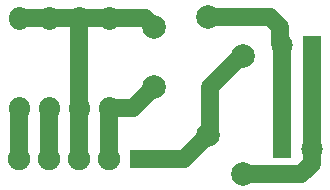
<source format=gtl>
G04 Layer: TopLayer*
G04 EasyEDA v6.4.19.4, 2021-06-18T20:22:14+05:30*
G04 545d4b8ce55c4096bfffc31d6a5384ca,10*
G04 Gerber Generator version 0.2*
G04 Scale: 100 percent, Rotated: No, Reflected: No *
G04 Dimensions in millimeters *
G04 leading zeros omitted , absolute positions ,4 integer and 5 decimal *
%FSLAX45Y45*%
%MOMM*%

%ADD11C,1.5000*%
%ADD12R,1.5748X1.5748*%
%ADD13C,1.8000*%
%ADD14C,2.0000*%
%ADD15C,1.9000*%

%LPD*%
D11*
X1993900Y3517900D02*
G01*
X2371600Y3517900D01*
X2578100Y3724399D01*
X2870200Y4394200D02*
G01*
X2857500Y4394200D01*
X2590800Y4127500D01*
X2590800Y3737099D01*
X2578100Y3724399D01*
X3200400Y4483100D02*
G01*
X3200400Y3606800D01*
X3454400Y4483100D02*
G01*
X3454400Y3606800D01*
X2870200Y3394199D02*
G01*
X3368799Y3394199D01*
X3454400Y3479800D01*
X3454400Y3606800D01*
X2578100Y4724400D02*
G01*
X3098800Y4724400D01*
X3187700Y4635500D01*
X3187700Y4495800D01*
X3200400Y4483100D01*
X977900Y3949700D02*
G01*
X977900Y3517900D01*
X1231900Y3949700D02*
G01*
X1231900Y3517900D01*
X1485900Y3949700D02*
G01*
X1485900Y3517900D01*
X1485900Y4711700D02*
G01*
X1485900Y3949700D01*
X1739900Y3949700D02*
G01*
X1739900Y3517900D01*
X1739900Y3949700D02*
G01*
X1943100Y3949700D01*
X2120900Y4127500D01*
X1739900Y4711700D02*
G01*
X2044700Y4711700D01*
X2120900Y4635500D01*
X1485900Y4711700D02*
G01*
X1739900Y4711700D01*
X1231900Y4711700D02*
G01*
X1485900Y4711700D01*
X977900Y4711700D02*
G01*
X1231900Y4711700D01*
D12*
G01*
X3454400Y4483100D03*
D13*
G01*
X3200400Y4483100D03*
D12*
G01*
X3200400Y3606800D03*
D13*
G01*
X3454400Y3606800D03*
D14*
G01*
X2870200Y4394200D03*
G01*
X2870200Y3394202D03*
G01*
X2578100Y4724400D03*
G01*
X2578100Y3724402D03*
D15*
G01*
X977900Y3517900D03*
G01*
X1231900Y3517900D03*
G01*
X1485900Y3517900D03*
G01*
X1739900Y3517900D03*
D12*
G01*
X1993900Y3517900D03*
D14*
G01*
X2120900Y4635500D03*
G01*
X2120900Y4127500D03*
D13*
X1739900Y4701700D02*
G01*
X1739900Y4721699D01*
X1485900Y4701700D02*
G01*
X1485900Y4721699D01*
X1231900Y4701700D02*
G01*
X1231900Y4721699D01*
X977900Y4701700D02*
G01*
X977900Y4721699D01*
X1739900Y3939700D02*
G01*
X1739900Y3959699D01*
X1485900Y3939700D02*
G01*
X1485900Y3959699D01*
X1231900Y3939700D02*
G01*
X1231900Y3959699D01*
X977900Y3939700D02*
G01*
X977900Y3959699D01*
M02*

</source>
